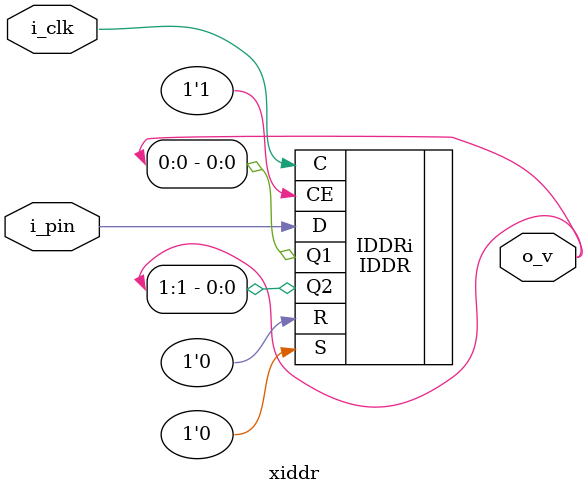
<source format=v>
`default_nettype	none
module	xiddr(i_clk, i_pin, o_v);
	input	wire		i_clk;
	input	wire		i_pin;
	output	wire	[1:0]	o_v;

	IDDR #(
		.DDR_CLK_EDGE("SAME_EDGE_PIPELINED"),
		.SRTYPE("SYNC")
	) IDDRi(
		.C(i_clk),
		//
		.R(1'b0),
		.S(1'b0),
		.CE(1'b1),
		//
		.D(i_pin),
		.Q1(o_v[0]),
		.Q2(o_v[1]));

endmodule

</source>
